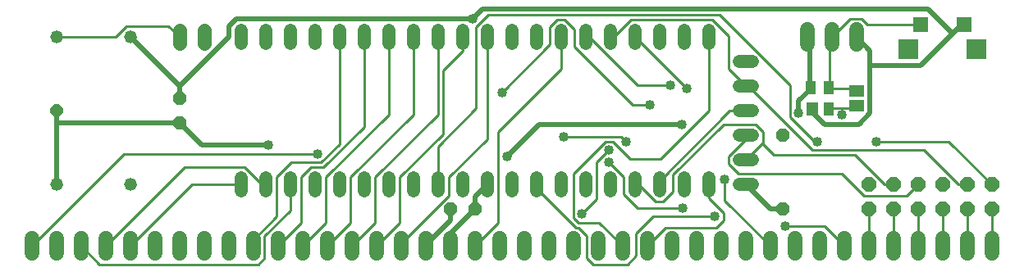
<source format=gtl>
G75*
%MOIN*%
%OFA0B0*%
%FSLAX24Y24*%
%IPPOS*%
%LPD*%
%AMOC8*
5,1,8,0,0,1.08239X$1,22.5*
%
%ADD10C,0.0520*%
%ADD11OC8,0.0600*%
%ADD12C,0.0600*%
%ADD13OC8,0.0520*%
%ADD14C,0.0520*%
%ADD15OC8,0.0515*%
%ADD16R,0.0394X0.0567*%
%ADD17R,0.0472X0.0567*%
%ADD18R,0.0630X0.0460*%
%ADD19R,0.0600X0.0600*%
%ADD20R,0.0825X0.0825*%
%ADD21C,0.0560*%
%ADD22C,0.0100*%
%ADD23C,0.0400*%
%ADD24C,0.0200*%
D10*
X009180Y003420D02*
X009180Y003940D01*
X010180Y003940D02*
X010180Y003420D01*
X011180Y003420D02*
X011180Y003940D01*
X012180Y003940D02*
X012180Y003420D01*
X013180Y003420D02*
X013180Y003940D01*
X014180Y003940D02*
X014180Y003420D01*
X015180Y003420D02*
X015180Y003940D01*
X016180Y003940D02*
X016180Y003420D01*
X017180Y003420D02*
X017180Y003940D01*
X018180Y003940D02*
X018180Y003420D01*
X019180Y003420D02*
X019180Y003940D01*
X020180Y003940D02*
X020180Y003420D01*
X021180Y003420D02*
X021180Y003940D01*
X022180Y003940D02*
X022180Y003420D01*
X023180Y003420D02*
X023180Y003940D01*
X024180Y003940D02*
X024180Y003420D01*
X025180Y003420D02*
X025180Y003940D01*
X026180Y003940D02*
X026180Y003420D01*
X027180Y003420D02*
X027180Y003940D01*
X028180Y003940D02*
X028180Y003420D01*
X029420Y003680D02*
X029940Y003680D01*
X029940Y004680D02*
X029420Y004680D01*
X029420Y005680D02*
X029940Y005680D01*
X029940Y006680D02*
X029420Y006680D01*
X029420Y007680D02*
X029940Y007680D01*
X029940Y008680D02*
X029420Y008680D01*
X028180Y009420D02*
X028180Y009940D01*
X027180Y009940D02*
X027180Y009420D01*
X026180Y009420D02*
X026180Y009940D01*
X025180Y009940D02*
X025180Y009420D01*
X024180Y009420D02*
X024180Y009940D01*
X023180Y009940D02*
X023180Y009420D01*
X022180Y009420D02*
X022180Y009940D01*
X021180Y009940D02*
X021180Y009420D01*
X020180Y009420D02*
X020180Y009940D01*
X019180Y009940D02*
X019180Y009420D01*
X018180Y009420D02*
X018180Y009940D01*
X017180Y009940D02*
X017180Y009420D01*
X016180Y009420D02*
X016180Y009940D01*
X015180Y009940D02*
X015180Y009420D01*
X014180Y009420D02*
X014180Y009940D01*
X013180Y009940D02*
X013180Y009420D01*
X012180Y009420D02*
X012180Y009940D01*
X011180Y009940D02*
X011180Y009420D01*
X010180Y009420D02*
X010180Y009940D01*
X009180Y009940D02*
X009180Y009420D01*
D11*
X034680Y003680D03*
X035680Y003680D03*
X036680Y003680D03*
X037680Y003680D03*
X038680Y003680D03*
X039680Y003680D03*
X039680Y002680D03*
X038680Y002680D03*
X037680Y002680D03*
X036680Y002680D03*
X035680Y002680D03*
X034680Y002680D03*
D12*
X000680Y001480D02*
X000680Y000880D01*
X001680Y000880D02*
X001680Y001480D01*
X002680Y001480D02*
X002680Y000880D01*
X003680Y000880D02*
X003680Y001480D01*
X004680Y001480D02*
X004680Y000880D01*
X005680Y000880D02*
X005680Y001480D01*
X006680Y001480D02*
X006680Y000880D01*
X007680Y000880D02*
X007680Y001480D01*
X008680Y001480D02*
X008680Y000880D01*
X009680Y000880D02*
X009680Y001480D01*
X010680Y001480D02*
X010680Y000880D01*
X011680Y000880D02*
X011680Y001480D01*
X012680Y001480D02*
X012680Y000880D01*
X013680Y000880D02*
X013680Y001480D01*
X014680Y001480D02*
X014680Y000880D01*
X015680Y000880D02*
X015680Y001480D01*
X016680Y001480D02*
X016680Y000880D01*
X017680Y000880D02*
X017680Y001480D01*
X018680Y001480D02*
X018680Y000880D01*
X019680Y000880D02*
X019680Y001480D01*
X020680Y001480D02*
X020680Y000880D01*
X021680Y000880D02*
X021680Y001480D01*
X022680Y001480D02*
X022680Y000880D01*
X023680Y000880D02*
X023680Y001480D01*
X024680Y001480D02*
X024680Y000880D01*
X025680Y000880D02*
X025680Y001480D01*
X026680Y001480D02*
X026680Y000880D01*
X027680Y000880D02*
X027680Y001480D01*
X028680Y001480D02*
X028680Y000880D01*
X029680Y000880D02*
X029680Y001480D01*
X030680Y001480D02*
X030680Y000880D01*
X031680Y000880D02*
X031680Y001480D01*
X032680Y001480D02*
X032680Y000880D01*
X033680Y000880D02*
X033680Y001480D01*
X034680Y001480D02*
X034680Y000880D01*
X035680Y000880D02*
X035680Y001480D01*
X036680Y001480D02*
X036680Y000880D01*
X037680Y000880D02*
X037680Y001480D01*
X038680Y001480D02*
X038680Y000880D01*
X039680Y000880D02*
X039680Y001480D01*
X034180Y009380D02*
X034180Y009980D01*
X033180Y009980D02*
X033180Y009380D01*
X032180Y009380D02*
X032180Y009980D01*
D13*
X031180Y005680D03*
X031180Y002680D03*
X018680Y002680D03*
X017680Y002680D03*
X006680Y006180D03*
X006680Y007180D03*
D14*
X004680Y009680D03*
X001680Y009680D03*
X001680Y003680D03*
X004680Y003680D03*
D15*
X001680Y006680D03*
D16*
X032306Y007613D03*
X033054Y007613D03*
X033054Y006747D03*
D17*
X032385Y006747D03*
D18*
X034180Y006880D03*
X034180Y007480D03*
D19*
X036795Y010170D03*
X038565Y010170D03*
D20*
X039060Y009190D03*
X036300Y009190D03*
D21*
X007680Y009400D02*
X007680Y009960D01*
X006680Y009960D02*
X006680Y009400D01*
D22*
X006680Y009680D02*
X006230Y010130D01*
X004530Y010130D01*
X004080Y009680D01*
X001680Y009680D01*
X013180Y009680D02*
X013180Y005330D01*
X012430Y004580D01*
X011230Y004580D01*
X010630Y003980D01*
X010630Y002380D01*
X009680Y001430D01*
X009680Y001180D01*
X010130Y001580D02*
X010130Y000680D01*
X009880Y000430D01*
X003430Y000430D01*
X002680Y001180D01*
X003680Y001180D02*
X006880Y004380D01*
X009330Y004380D01*
X010030Y003680D01*
X010180Y003680D01*
X009180Y003680D02*
X007180Y003680D01*
X004680Y001180D01*
X004430Y004930D02*
X000680Y001180D01*
X010130Y001580D02*
X011180Y002630D01*
X011180Y003680D01*
X011630Y003980D02*
X011630Y002130D01*
X010680Y001180D01*
X011680Y001180D02*
X012630Y002130D01*
X012630Y003980D01*
X015180Y006530D01*
X015180Y009680D01*
X016180Y009680D02*
X016180Y006530D01*
X013630Y003980D01*
X013630Y002130D01*
X012680Y001180D01*
X013680Y001180D02*
X014630Y002130D01*
X014630Y003980D01*
X017180Y006530D01*
X017180Y009680D01*
X018180Y009680D02*
X018180Y009130D01*
X017380Y008330D01*
X017380Y005730D01*
X015630Y003980D01*
X015630Y002130D01*
X014680Y001180D01*
X015680Y001180D02*
X015680Y001280D01*
X017630Y003230D01*
X017630Y003980D01*
X019180Y005530D01*
X019180Y009680D01*
X018730Y010080D02*
X019230Y010580D01*
X028630Y010580D01*
X031480Y007730D01*
X031480Y006430D01*
X032480Y005430D01*
X032580Y005430D01*
X032380Y005080D02*
X029780Y007680D01*
X029680Y007680D01*
X028980Y008380D01*
X028980Y009730D01*
X028330Y010380D01*
X025030Y010380D01*
X024330Y009680D01*
X024180Y009680D01*
X023330Y009680D02*
X025280Y007730D01*
X026630Y007730D01*
X027280Y007580D02*
X025180Y009680D01*
X023330Y009680D02*
X023180Y009680D01*
X022180Y009680D02*
X022180Y008380D01*
X019630Y005830D01*
X019630Y002130D01*
X018680Y001180D01*
X021180Y003530D02*
X022780Y001930D01*
X022880Y001930D01*
X023230Y001580D01*
X023230Y000680D01*
X023480Y000430D01*
X024880Y000430D01*
X025230Y000780D01*
X025230Y001680D01*
X025930Y002380D01*
X028430Y002380D01*
X028780Y002230D02*
X028480Y001930D01*
X026430Y001930D01*
X025680Y001180D01*
X024680Y001180D02*
X023730Y002130D01*
X022880Y002130D01*
X022680Y002330D01*
X022680Y004130D01*
X023980Y005430D01*
X024280Y005430D01*
X024980Y004730D01*
X026230Y004730D01*
X028180Y006680D01*
X028180Y009680D01*
X033080Y009580D02*
X033180Y009680D01*
X033930Y010430D01*
X034380Y010430D01*
X034630Y010180D01*
X036780Y010180D01*
X036795Y010170D01*
X033080Y009580D02*
X033080Y007630D01*
X033054Y007613D01*
X033080Y007580D01*
X034080Y007580D01*
X034180Y007480D01*
X034180Y006880D02*
X034080Y006780D01*
X033580Y006780D01*
X033580Y006530D01*
X033580Y006780D02*
X033080Y006780D01*
X033054Y006747D01*
X030380Y005830D02*
X030080Y006130D01*
X028780Y006130D01*
X026730Y004080D01*
X026730Y003380D01*
X026330Y002980D01*
X026030Y002980D01*
X025330Y003680D01*
X025180Y003680D01*
X024730Y003980D02*
X024730Y003280D01*
X025280Y002730D01*
X027130Y002730D01*
X028180Y003130D02*
X028780Y002530D01*
X028780Y002230D01*
X031280Y001980D02*
X032880Y001980D01*
X033680Y001180D01*
X034680Y001180D02*
X034680Y002680D01*
X035680Y002680D02*
X035680Y001180D01*
X036680Y001180D02*
X036680Y002680D01*
X037680Y002680D02*
X037680Y001180D01*
X038680Y001180D02*
X038680Y002680D01*
X039680Y002680D02*
X039680Y001180D01*
X036680Y003680D02*
X036230Y003230D01*
X034480Y003230D01*
X033580Y004130D01*
X029380Y004130D01*
X028980Y004530D01*
X028980Y004830D01*
X029680Y005530D01*
X029680Y005680D01*
X030380Y005830D02*
X030380Y005380D01*
X030355Y005355D01*
X030830Y004880D01*
X034130Y004880D01*
X035330Y003680D01*
X035680Y003680D01*
X036930Y005080D02*
X038330Y003680D01*
X038680Y003680D01*
X039680Y003680D02*
X037930Y005430D01*
X034980Y005430D01*
X036930Y005080D02*
X032380Y005080D01*
X030355Y005355D02*
X029680Y004680D01*
X028830Y003880D02*
X028830Y003030D01*
X030680Y001180D01*
X028180Y003130D02*
X028180Y003680D01*
X026180Y003680D02*
X026180Y003830D01*
X029030Y006680D01*
X029680Y006680D01*
X025780Y006930D02*
X025080Y006930D01*
X022730Y009280D01*
X022730Y009980D01*
X022330Y010380D01*
X022030Y010380D01*
X021730Y010080D01*
X021730Y009380D01*
X019780Y007430D01*
X018730Y006780D02*
X018730Y010080D01*
X014180Y009680D02*
X014180Y006030D01*
X012530Y004380D01*
X012030Y004380D01*
X011630Y003980D01*
X012280Y004930D02*
X004430Y004930D01*
X017180Y005230D02*
X017180Y003680D01*
X021180Y003680D02*
X021180Y003530D01*
X023030Y002480D02*
X023630Y003080D01*
X023630Y004580D01*
X024130Y005080D01*
X024630Y005630D02*
X024830Y005430D01*
X024630Y005630D02*
X022280Y005630D01*
X024130Y004580D02*
X024730Y003980D01*
X018730Y006780D02*
X017180Y005230D01*
D23*
X019980Y004830D03*
X022280Y005630D03*
X024130Y005080D03*
X024830Y005430D03*
X027080Y006130D03*
X025780Y006930D03*
X027280Y007580D03*
X026630Y007730D03*
X031830Y006580D03*
X033580Y006530D03*
X032580Y005430D03*
X034980Y005430D03*
X028830Y003880D03*
X027130Y002730D03*
X028430Y002380D03*
X031280Y001980D03*
X023030Y002480D03*
X024130Y004580D03*
X019780Y007430D03*
X012280Y004930D03*
X010280Y005280D03*
X018580Y010430D03*
D24*
X018980Y010830D01*
X037080Y010830D01*
X038080Y009830D01*
X038380Y010130D01*
X038530Y010130D01*
X038565Y010170D01*
X038080Y009830D02*
X036780Y008530D01*
X034730Y008530D01*
X034730Y006580D01*
X034280Y006130D01*
X032880Y006130D01*
X032430Y006580D01*
X032430Y006730D01*
X032385Y006747D01*
X031830Y006580D02*
X031830Y007080D01*
X032280Y007530D01*
X032306Y007613D01*
X032280Y007630D01*
X032280Y009580D01*
X032180Y009680D01*
X034180Y009680D02*
X034730Y009130D01*
X034730Y008530D01*
X027080Y006130D02*
X021280Y006130D01*
X019980Y004830D01*
X019180Y003680D02*
X018680Y003180D01*
X018680Y002680D01*
X017680Y001680D01*
X017680Y001180D01*
X016680Y001180D02*
X016680Y001230D01*
X017680Y002230D01*
X017680Y002680D01*
X010280Y005280D02*
X007580Y005280D01*
X006680Y006180D01*
X001680Y006180D01*
X001680Y006680D01*
X001680Y006180D02*
X001680Y003680D01*
X006680Y007180D02*
X006680Y007680D01*
X008680Y009680D01*
X008680Y010130D01*
X008980Y010430D01*
X018580Y010430D01*
X006680Y007680D02*
X004680Y009680D01*
X029680Y003680D02*
X030680Y002680D01*
X031180Y002680D01*
M02*

</source>
